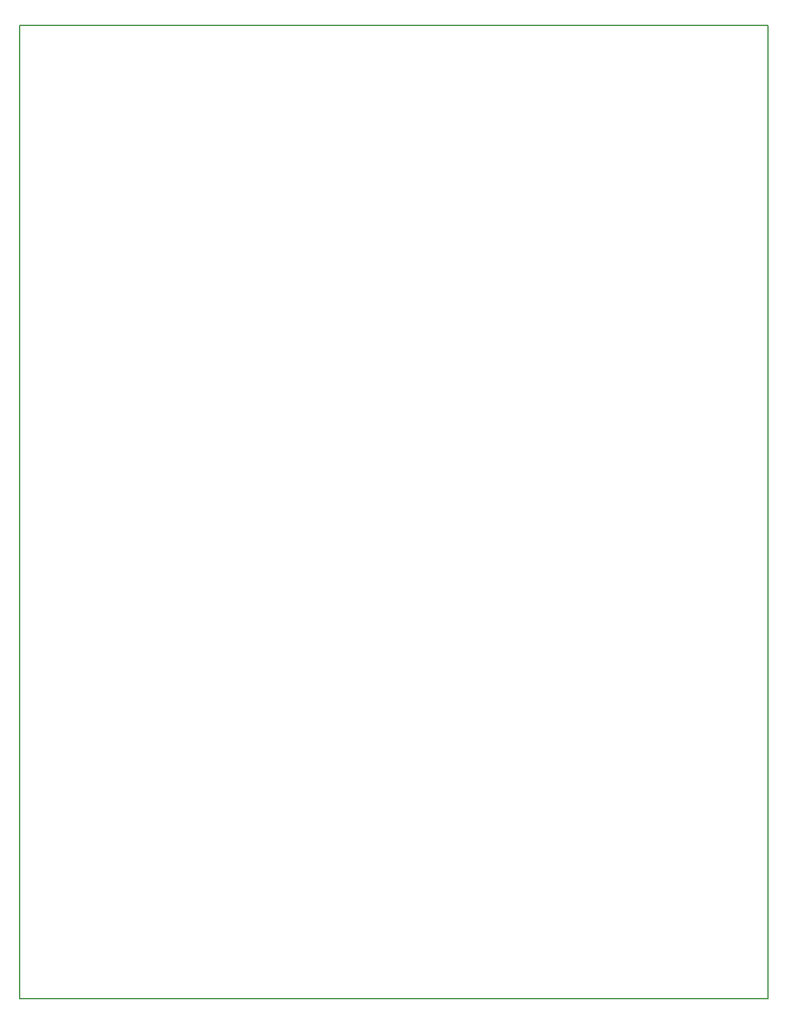
<source format=gbr>
G04 #@! TF.GenerationSoftware,KiCad,Pcbnew,(5.0.0-rc2-206-gf10aa6c85)*
G04 #@! TF.CreationDate,2018-07-01T12:57:46+01:00*
G04 #@! TF.ProjectId,Pride Badge,50726964652042616467652E6B696361,rev?*
G04 #@! TF.SameCoordinates,Original*
G04 #@! TF.FileFunction,Profile,NP*
%FSLAX46Y46*%
G04 Gerber Fmt 4.6, Leading zero omitted, Abs format (unit mm)*
G04 Created by KiCad (PCBNEW (5.0.0-rc2-206-gf10aa6c85)) date 07/01/18 12:57:46*
%MOMM*%
%LPD*%
G01*
G04 APERTURE LIST*
%ADD10C,0.200000*%
G04 APERTURE END LIST*
D10*
X27700000Y-150400000D02*
X27700000Y-20399962D01*
X127700000Y-150400000D02*
X27700000Y-150400000D01*
X127700000Y-20400000D02*
X127700000Y-150400000D01*
X27700000Y-20400000D02*
X127700012Y-20400000D01*
M02*

</source>
